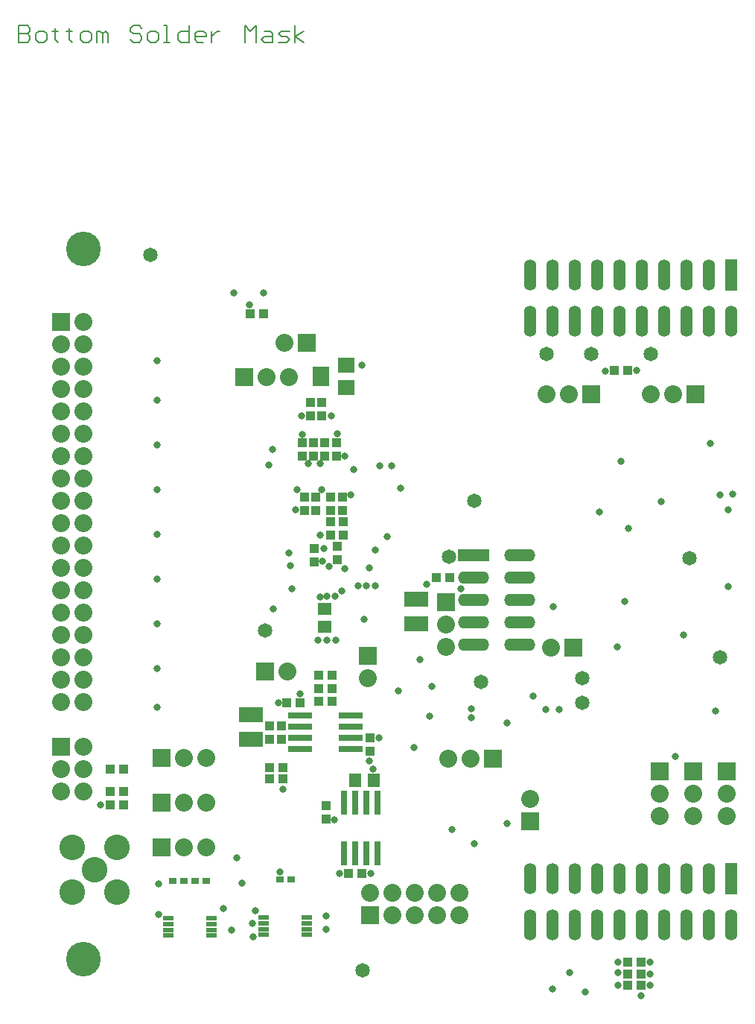
<source format=gbs>
%FSLAX24Y24*%
%MOIN*%
G70*
G01*
G75*
%ADD10C,0.0120*%
%ADD11C,0.0100*%
%ADD12R,0.0250X0.1000*%
%ADD13R,0.0650X0.0157*%
%ADD14R,0.1024X0.0630*%
%ADD15R,0.0551X0.0472*%
%ADD16R,0.0091X0.0500*%
%ADD17R,0.0500X0.0091*%
%ADD18R,0.0500X0.0091*%
%ADD19R,0.0390X0.0270*%
%ADD20R,0.0197X0.0394*%
%ADD21R,0.0787X0.0709*%
%ADD22R,0.0300X0.0200*%
%ADD23R,0.0350X0.0350*%
%ADD24R,0.0472X0.0551*%
%ADD25R,0.0472X0.0551*%
%ADD26C,0.0200*%
%ADD27C,0.0080*%
%ADD28C,0.0150*%
%ADD29C,0.0040*%
%ADD30C,0.0400*%
%ADD31C,0.0300*%
%ADD32C,0.0250*%
%ADD33C,0.0450*%
%ADD34C,0.0500*%
%ADD35O,0.0500X0.1350*%
%ADD36R,0.0500X0.1350*%
%ADD37C,0.0750*%
%ADD38R,0.0750X0.0750*%
%ADD39C,0.1100*%
%ADD40C,0.0600*%
%ADD41C,0.1500*%
%ADD42C,0.0280*%
%ADD43O,0.1350X0.0500*%
%ADD44R,0.1350X0.0500*%
%ADD45R,0.0433X0.0157*%
%ADD46R,0.0700X0.0800*%
%ADD47R,0.0700X0.0600*%
%ADD48R,0.1000X0.0250*%
%ADD49R,0.0551X0.0472*%
%ADD50C,0.0079*%
%ADD51C,0.0060*%
%ADD52C,0.0090*%
%ADD53C,0.0050*%
%ADD54R,0.0450X0.0450*%
%ADD55R,0.0300X0.1050*%
%ADD56R,0.0700X0.0207*%
%ADD57R,0.1074X0.0680*%
%ADD58R,0.0601X0.0522*%
%ADD59R,0.0141X0.0550*%
%ADD60R,0.0550X0.0141*%
%ADD61R,0.0550X0.0141*%
%ADD62R,0.0440X0.0320*%
%ADD63R,0.0247X0.0444*%
%ADD64R,0.0837X0.0759*%
%ADD65R,0.0350X0.0250*%
%ADD66R,0.0400X0.0400*%
%ADD67R,0.0522X0.0601*%
%ADD68R,0.0522X0.0601*%
%ADD69O,0.0550X0.1400*%
%ADD70R,0.0550X0.1400*%
%ADD71C,0.0800*%
%ADD72R,0.0800X0.0800*%
%ADD73C,0.1150*%
%ADD74C,0.0650*%
%ADD75C,0.1550*%
%ADD76C,0.0330*%
%ADD77O,0.1400X0.0550*%
%ADD78R,0.1400X0.0550*%
%ADD79R,0.0483X0.0207*%
%ADD80R,0.0750X0.0850*%
%ADD81R,0.0750X0.0650*%
%ADD82R,0.1050X0.0300*%
%ADD83R,0.0601X0.0522*%
D27*
X50960Y100872D02*
Y100123D01*
X51335D01*
X51460Y100248D01*
Y100373D01*
X51335Y100497D01*
X50960D01*
X51335D01*
X51460Y100622D01*
Y100747D01*
X51335Y100872D01*
X50960D01*
X51835Y100123D02*
X52084D01*
X52209Y100248D01*
Y100497D01*
X52084Y100622D01*
X51835D01*
X51710Y100497D01*
Y100248D01*
X51835Y100123D01*
X52584Y100747D02*
Y100622D01*
X52459D01*
X52709D01*
X52584D01*
Y100248D01*
X52709Y100123D01*
X53209Y100747D02*
Y100622D01*
X53084D01*
X53334D01*
X53209D01*
Y100248D01*
X53334Y100123D01*
X53834D02*
X54084D01*
X54209Y100248D01*
Y100497D01*
X54084Y100622D01*
X53834D01*
X53709Y100497D01*
Y100248D01*
X53834Y100123D01*
X54459D02*
Y100622D01*
X54584D01*
X54709Y100497D01*
Y100123D01*
Y100497D01*
X54834Y100622D01*
X54959Y100497D01*
Y100123D01*
X56458Y100747D02*
X56333Y100872D01*
X56083D01*
X55958Y100747D01*
Y100622D01*
X56083Y100497D01*
X56333D01*
X56458Y100373D01*
Y100248D01*
X56333Y100123D01*
X56083D01*
X55958Y100248D01*
X56833Y100123D02*
X57083D01*
X57208Y100248D01*
Y100497D01*
X57083Y100622D01*
X56833D01*
X56708Y100497D01*
Y100248D01*
X56833Y100123D01*
X57458D02*
X57708D01*
X57583D01*
Y100872D01*
X57458D01*
X58582D02*
Y100123D01*
X58207D01*
X58082Y100248D01*
Y100497D01*
X58207Y100622D01*
X58582D01*
X59207Y100123D02*
X58957D01*
X58832Y100248D01*
Y100497D01*
X58957Y100622D01*
X59207D01*
X59332Y100497D01*
Y100373D01*
X58832D01*
X59582Y100622D02*
Y100123D01*
Y100373D01*
X59707Y100497D01*
X59832Y100622D01*
X59957D01*
X61082Y100123D02*
Y100872D01*
X61331Y100622D01*
X61581Y100872D01*
Y100123D01*
X61956Y100622D02*
X62206D01*
X62331Y100497D01*
Y100123D01*
X61956D01*
X61831Y100248D01*
X61956Y100373D01*
X62331D01*
X62581Y100123D02*
X62956D01*
X63081Y100248D01*
X62956Y100373D01*
X62706D01*
X62581Y100497D01*
X62706Y100622D01*
X63081D01*
X63331Y100123D02*
Y100872D01*
Y100373D02*
X63706Y100622D01*
X63331Y100373D02*
X63706Y100123D01*
D55*
X67003Y66098D02*
D03*
X66503D02*
D03*
X66003D02*
D03*
X65503D02*
D03*
Y63848D02*
D03*
X66003D02*
D03*
X66503D02*
D03*
X67003D02*
D03*
D57*
X61340Y68948D02*
D03*
Y70050D02*
D03*
X68760Y74091D02*
D03*
Y75194D02*
D03*
D65*
X58360Y62623D02*
D03*
X57860D02*
D03*
X63140Y62663D02*
D03*
X62640D02*
D03*
X58860Y62623D02*
D03*
X59360D02*
D03*
D66*
X55660Y66023D02*
D03*
X55060D02*
D03*
Y66623D02*
D03*
X55660D02*
D03*
X62773Y67684D02*
D03*
X63655Y82224D02*
D03*
Y81624D02*
D03*
X64905Y79774D02*
D03*
Y79174D02*
D03*
X64155Y82224D02*
D03*
Y81624D02*
D03*
X65165Y81621D02*
D03*
Y82221D02*
D03*
X64165Y77471D02*
D03*
Y76871D02*
D03*
X63755Y79774D02*
D03*
Y79174D02*
D03*
X65455Y79774D02*
D03*
Y79174D02*
D03*
X64720Y65976D02*
D03*
Y65376D02*
D03*
X64255Y79174D02*
D03*
Y79774D02*
D03*
X64915Y78671D02*
D03*
Y78071D02*
D03*
X61311Y87978D02*
D03*
X61911D02*
D03*
X66675Y68391D02*
D03*
Y68991D02*
D03*
X63538Y70578D02*
D03*
X62938D02*
D03*
X78211Y85428D02*
D03*
X77611D02*
D03*
X65465Y78671D02*
D03*
Y78071D02*
D03*
X62195Y69549D02*
D03*
Y68949D02*
D03*
X62173Y67684D02*
D03*
X65215Y77571D02*
D03*
Y76971D02*
D03*
X64655Y81624D02*
D03*
Y82224D02*
D03*
X66303Y62933D02*
D03*
X65703D02*
D03*
X64981Y70648D02*
D03*
X64381D02*
D03*
X64965Y71824D02*
D03*
Y71224D02*
D03*
X64365D02*
D03*
Y71824D02*
D03*
X62705Y69546D02*
D03*
Y68946D02*
D03*
X69648Y76168D02*
D03*
X70248D02*
D03*
X78228Y58982D02*
D03*
X78828D02*
D03*
X78228Y57932D02*
D03*
X78828D02*
D03*
X78228Y58432D02*
D03*
X78828D02*
D03*
X64515Y83421D02*
D03*
Y84021D02*
D03*
X64005Y84024D02*
D03*
Y83424D02*
D03*
X55660Y67623D02*
D03*
X55060D02*
D03*
X62171Y67178D02*
D03*
X62771D02*
D03*
D67*
X66006Y67123D02*
D03*
X66833D02*
D03*
D69*
X77850Y89698D02*
D03*
X73850Y87648D02*
D03*
X75850D02*
D03*
X79850D02*
D03*
X82850D02*
D03*
X80850D02*
D03*
X77850D02*
D03*
X76850D02*
D03*
X73850Y89698D02*
D03*
X79850D02*
D03*
X76850D02*
D03*
X75850D02*
D03*
X74850D02*
D03*
X81850Y87648D02*
D03*
X74850D02*
D03*
X78850D02*
D03*
Y89698D02*
D03*
X80850D02*
D03*
X81850D02*
D03*
X77850Y62698D02*
D03*
X73850Y60648D02*
D03*
X75850D02*
D03*
X79850D02*
D03*
X82850D02*
D03*
X80850D02*
D03*
X77850D02*
D03*
X76850D02*
D03*
X73850Y62698D02*
D03*
X81850D02*
D03*
X79850D02*
D03*
X76850D02*
D03*
X75850D02*
D03*
X74850D02*
D03*
X81850Y60648D02*
D03*
X74850D02*
D03*
X78850D02*
D03*
Y62698D02*
D03*
X80850D02*
D03*
D70*
X82850Y89698D02*
D03*
Y62698D02*
D03*
D71*
X53860Y66623D02*
D03*
X52860D02*
D03*
X53860Y67623D02*
D03*
Y68623D02*
D03*
X52860Y67623D02*
D03*
X66670Y62073D02*
D03*
X68670Y61073D02*
D03*
Y62073D02*
D03*
X69670Y61073D02*
D03*
Y62073D02*
D03*
X70670Y61073D02*
D03*
Y62073D02*
D03*
X67670Y61073D02*
D03*
Y62073D02*
D03*
X73860Y66273D02*
D03*
X58360Y64123D02*
D03*
X59360D02*
D03*
Y66123D02*
D03*
X58360D02*
D03*
X82640Y65523D02*
D03*
Y66523D02*
D03*
X74790Y73053D02*
D03*
X70070Y74073D02*
D03*
X75595Y84378D02*
D03*
X79235D02*
D03*
X80235D02*
D03*
X81140Y65523D02*
D03*
X66575Y71678D02*
D03*
X62975Y71983D02*
D03*
X79640Y66523D02*
D03*
X81140D02*
D03*
X70170Y68073D02*
D03*
X71170D02*
D03*
X70070Y73073D02*
D03*
X79640Y65523D02*
D03*
X74595Y84378D02*
D03*
X58360Y68123D02*
D03*
X59360D02*
D03*
X62860Y86673D02*
D03*
X63050Y85133D02*
D03*
X62050D02*
D03*
X53860Y86623D02*
D03*
Y70623D02*
D03*
X52860D02*
D03*
X53860Y71623D02*
D03*
X52860D02*
D03*
X53860Y72623D02*
D03*
X52860D02*
D03*
X53860Y73623D02*
D03*
X52860D02*
D03*
X53860Y74623D02*
D03*
X52860D02*
D03*
X53860Y75623D02*
D03*
X52860D02*
D03*
X53860Y82623D02*
D03*
X52860D02*
D03*
X53860Y83623D02*
D03*
X52860D02*
D03*
X53860Y84623D02*
D03*
X52860D02*
D03*
X53860Y85623D02*
D03*
X52860D02*
D03*
Y86623D02*
D03*
X53860Y87623D02*
D03*
X52860Y81623D02*
D03*
X53860D02*
D03*
X52860Y80623D02*
D03*
X53860D02*
D03*
X52860Y79623D02*
D03*
X53860D02*
D03*
X52860Y78623D02*
D03*
X53860D02*
D03*
X52860Y77623D02*
D03*
X53860D02*
D03*
X52860Y76623D02*
D03*
X53860D02*
D03*
D72*
X52860Y68623D02*
D03*
X66670Y61073D02*
D03*
X73860Y65273D02*
D03*
X57360Y64123D02*
D03*
Y66123D02*
D03*
X82640Y67523D02*
D03*
X75790Y73053D02*
D03*
X76595Y84378D02*
D03*
X81235D02*
D03*
X81140Y67523D02*
D03*
X66575Y72678D02*
D03*
X61975Y71983D02*
D03*
X72170Y68073D02*
D03*
X70070Y75073D02*
D03*
X79640Y67523D02*
D03*
X57360Y68123D02*
D03*
X63860Y86673D02*
D03*
X61050Y85133D02*
D03*
X52860Y87623D02*
D03*
D73*
X54360Y63123D02*
D03*
X53360Y62123D02*
D03*
Y64123D02*
D03*
X55360D02*
D03*
Y62123D02*
D03*
D74*
X76595Y86178D02*
D03*
X76175Y70583D02*
D03*
Y71683D02*
D03*
X80970Y77038D02*
D03*
X70210Y77123D02*
D03*
X71660Y71523D02*
D03*
X79235Y86178D02*
D03*
X61993Y73823D02*
D03*
X82360Y72623D02*
D03*
X66360Y58623D02*
D03*
X56860Y90623D02*
D03*
X71360Y79623D02*
D03*
X74595Y86178D02*
D03*
D75*
X53860Y90873D02*
D03*
Y59123D02*
D03*
D76*
X70760Y75673D02*
D03*
X69210Y75873D02*
D03*
X66510Y75823D02*
D03*
X67960Y71123D02*
D03*
X78830Y57463D02*
D03*
X61440Y60113D02*
D03*
X60470Y60423D02*
D03*
X60110Y61383D02*
D03*
X64433Y75323D02*
D03*
X54610Y66023D02*
D03*
X61290Y88373D02*
D03*
X62160Y81223D02*
D03*
X77780Y58987D02*
D03*
X63197Y75660D02*
D03*
X65559Y76572D02*
D03*
X65210Y82623D02*
D03*
X64607Y77473D02*
D03*
X65810Y79873D02*
D03*
X64460Y81273D02*
D03*
X65560Y81623D02*
D03*
X69360Y69973D02*
D03*
X65960Y81023D02*
D03*
X68060Y80173D02*
D03*
X63410Y80123D02*
D03*
X64510D02*
D03*
X63360Y79223D02*
D03*
X64860Y76673D02*
D03*
X65410Y75573D02*
D03*
X63110Y76723D02*
D03*
X63060Y77273D02*
D03*
X62360Y74773D02*
D03*
X64760Y75338D02*
D03*
X64560Y76923D02*
D03*
X63910Y81273D02*
D03*
X65110Y75338D02*
D03*
X64460Y78073D02*
D03*
X63660Y82573D02*
D03*
X67110Y81173D02*
D03*
X64733Y73373D02*
D03*
X65133D02*
D03*
X64333D02*
D03*
X78605Y85428D02*
D03*
X81910Y82173D02*
D03*
X79710Y79573D02*
D03*
X82710Y75773D02*
D03*
X78070Y75123D02*
D03*
X80710Y73623D02*
D03*
X77760Y73073D02*
D03*
X74878Y74876D02*
D03*
X67660Y81173D02*
D03*
X72810Y65173D02*
D03*
X70360Y64923D02*
D03*
X66660Y67973D02*
D03*
X62565Y70578D02*
D03*
X63560Y70973D02*
D03*
X62770Y66723D02*
D03*
X66830Y67623D02*
D03*
X65070Y65336D02*
D03*
X65320Y62936D02*
D03*
X61910Y88923D02*
D03*
X82915Y79891D02*
D03*
X82333Y79873D02*
D03*
X82710Y79223D02*
D03*
X78260Y78373D02*
D03*
X76960Y79123D02*
D03*
X77910Y81373D02*
D03*
X57160Y80123D02*
D03*
Y85873D02*
D03*
Y84123D02*
D03*
Y76123D02*
D03*
X60950Y62503D02*
D03*
X57160Y82123D02*
D03*
X64710Y61053D02*
D03*
X57160Y74123D02*
D03*
Y70373D02*
D03*
Y78123D02*
D03*
X64710Y60453D02*
D03*
X66160Y75823D02*
D03*
X82160Y70223D02*
D03*
X66410Y74323D02*
D03*
X67070Y69023D02*
D03*
X66730Y62936D02*
D03*
X73970Y70873D02*
D03*
X74535Y70288D02*
D03*
X75155D02*
D03*
X77210Y85423D02*
D03*
X60580Y88913D02*
D03*
X71360Y64273D02*
D03*
X74860Y57773D02*
D03*
X76330Y57637D02*
D03*
X77780Y57937D02*
D03*
X77774Y58493D02*
D03*
X75624D02*
D03*
X79230Y57937D02*
D03*
Y58437D02*
D03*
Y58987D02*
D03*
X66660Y76623D02*
D03*
X66910Y77423D02*
D03*
X68660Y68573D02*
D03*
X62310Y81923D02*
D03*
X72810Y69673D02*
D03*
X71210Y69923D02*
D03*
Y70323D02*
D03*
X66910Y75823D02*
D03*
X67460Y78023D02*
D03*
X69460Y71323D02*
D03*
X68910Y72523D02*
D03*
X57160Y72123D02*
D03*
X63610Y83423D02*
D03*
X66310Y85673D02*
D03*
X64960Y83423D02*
D03*
X61560Y61273D02*
D03*
X57210Y62473D02*
D03*
X61416Y60708D02*
D03*
X62640Y63023D02*
D03*
X60711Y63648D02*
D03*
X57210Y61113D02*
D03*
X80360Y68173D02*
D03*
D77*
X71325Y75173D02*
D03*
Y76173D02*
D03*
X73375Y75173D02*
D03*
Y76173D02*
D03*
Y74173D02*
D03*
Y77173D02*
D03*
X71325Y74173D02*
D03*
X73375Y73173D02*
D03*
X71325D02*
D03*
D78*
Y77173D02*
D03*
D79*
X57645Y60673D02*
D03*
X59574Y60161D02*
D03*
X57645D02*
D03*
Y60929D02*
D03*
Y60417D02*
D03*
X59574Y60929D02*
D03*
Y60673D02*
D03*
Y60417D02*
D03*
X63852Y60708D02*
D03*
X61923Y60453D02*
D03*
X63852D02*
D03*
Y60964D02*
D03*
X61923D02*
D03*
Y60708D02*
D03*
Y60197D02*
D03*
X63852D02*
D03*
D80*
X64490Y85173D02*
D03*
D81*
X65630Y84673D02*
D03*
Y85673D02*
D03*
D82*
X65798Y68498D02*
D03*
Y68998D02*
D03*
Y69498D02*
D03*
Y69998D02*
D03*
X63548D02*
D03*
Y69498D02*
D03*
Y68998D02*
D03*
Y68498D02*
D03*
D83*
X64660Y73959D02*
D03*
Y74786D02*
D03*
M02*

</source>
